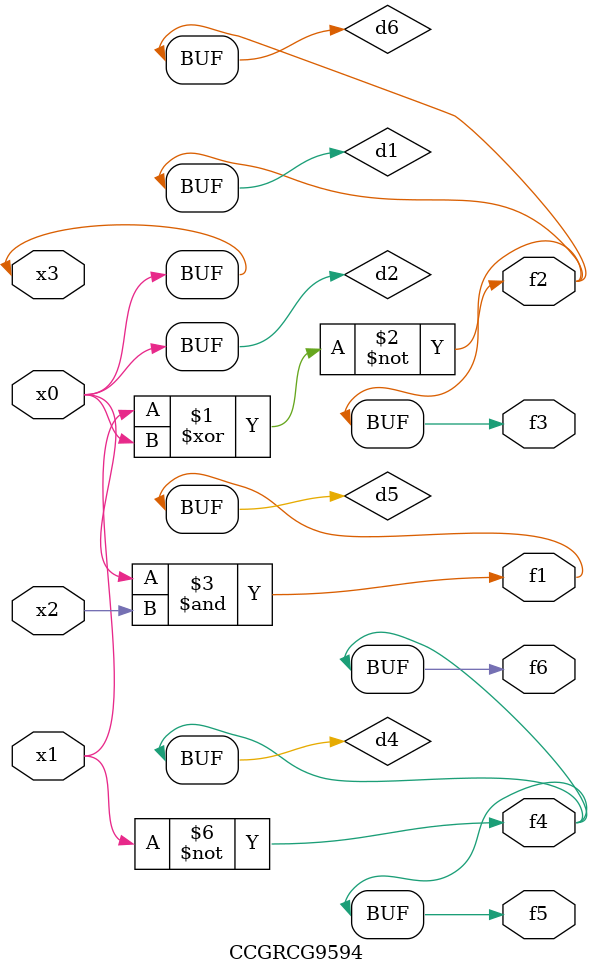
<source format=v>
module CCGRCG9594(
	input x0, x1, x2, x3,
	output f1, f2, f3, f4, f5, f6
);

	wire d1, d2, d3, d4, d5, d6;

	xnor (d1, x1, x3);
	buf (d2, x0, x3);
	nand (d3, x0, x2);
	not (d4, x1);
	nand (d5, d3);
	or (d6, d1);
	assign f1 = d5;
	assign f2 = d6;
	assign f3 = d6;
	assign f4 = d4;
	assign f5 = d4;
	assign f6 = d4;
endmodule

</source>
